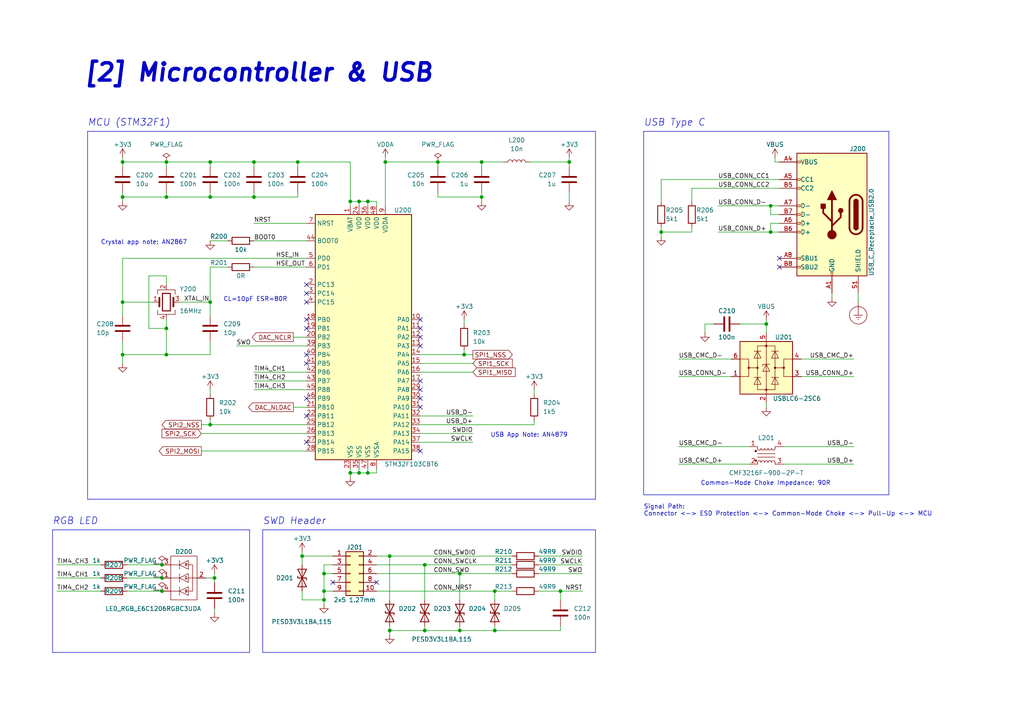
<source format=kicad_sch>
(kicad_sch (version 20230121) (generator eeschema)
  (paper "A4")
  (title_block (title "Mixed-Signal Demo PCB") (date "2021-12-24") (rev "0.1") (company "Phil's Lab"))
  (lib_symbols
    (symbol "+3V3_1" (power) (pin_names (offset 0))
      (property "Value" "+3V3_1" (at 0 3.556 0))
      (symbol "+3V3_1_1_1"
        (pin power_in line (at 0 0 90) (length 0) hide (name "+3V3") (number "1"))
      )
    )
    (symbol "+3V3_2" (power) (pin_names (offset 0))
      (property "Value" "+3V3_2" (at 0 3.556 0))
      (symbol "+3V3_2_1_1"
        (pin power_in line (at 0 0 90) (length 0) hide (name "+3V3") (number "1"))
      )
    )
    (symbol "+3V3_3" (power) (pin_names (offset 0))
      (property "Value" "+3V3_3" (at 0 3.556 0))
      (symbol "+3V3_3_1_1"
        (pin power_in line (at 0 0 90) (length 0) hide (name "+3V3") (number "1"))
      )
    )
    (symbol "+3V3_4" (power) (pin_names (offset 0))
      (property "Value" "+3V3_4" (at 0 3.556 0))
      (symbol "+3V3_4_1_1"
        (pin power_in line (at 0 0 90) (length 0) hide (name "+3V3") (number "1"))
      )
    )
    (symbol "+3V3_5" (power) (pin_names (offset 0))
      (property "Value" "+3V3_5" (at 0 3.556 0))
      (symbol "+3V3_5_1_1"
        (pin power_in line (at 0 0 90) (length 0) hide (name "+3V3") (number "1"))
      )
    )
    (symbol "+3V3_6" (power) (pin_names (offset 0))
      (property "Value" "+3V3_6" (at 0 3.556 0))
      (symbol "+3V3_6_1_1"
        (pin power_in line (at 0 0 90) (length 0) hide (name "+3V3") (number "1"))
      )
    )
    (symbol "Connector:USB_C_Receptacle_USB2.0" (pin_names (offset 1.016))
      (property "Reference" "J200" (at -5.08 19.05 0))
      (property "Value" "USB_C_Receptacle_USB2.0" (at -11.43 7.62 90))
      (symbol "USB_C_Receptacle_USB2.0_1_1"
        (pin power_out line (at 0 -22.86 90) (length 5.08) (name "GND") (number "A1"))
        (pin passive line (at 0 -22.86 90) (length 5.08) hide (name "GND") (number "A12"))
        (pin power_out line (at 15.24 15.24 180) (length 5.08) (name "VBUS") (number "A4"))
        (pin bidirectional line (at 15.24 10.16 180) (length 5.08) (name "CC1") (number "A5"))
        (pin bidirectional line (at 15.24 -2.54 180) (length 5.08) (name "D+") (number "A6"))
        (pin bidirectional line (at 15.24 2.54 180) (length 5.08) (name "D-") (number "A7"))
        (pin bidirectional line (at 15.24 -12.7 180) (length 5.08) (name "SBU1") (number "A8"))
        (pin passive line (at 15.24 15.24 180) (length 5.08) hide (name "VBUS") (number "A9"))
        (pin passive line (at 0 -22.86 90) (length 5.08) hide (name "GND") (number "B1"))
        (pin passive line (at 0 -22.86 90) (length 5.08) hide (name "GND") (number "B12"))
        (pin passive line (at 15.24 15.24 180) (length 5.08) hide (name "VBUS") (number "B4"))
        (pin bidirectional line (at 15.24 7.62 180) (length 5.08) (name "CC2") (number "B5"))
        (pin bidirectional line (at 15.24 -5.08 180) (length 5.08) (name "D+") (number "B6"))
        (pin bidirectional line (at 15.24 0 180) (length 5.08) (name "D-") (number "B7"))
        (pin bidirectional line (at 15.24 -15.24 180) (length 5.08) (name "SBU2") (number "B8"))
        (pin passive line (at 15.24 15.24 180) (length 5.08) hide (name "VBUS") (number "B9"))
        (pin passive line (at -7.62 -22.86 90) (length 5.08) (name "SHIELD") (number "S1"))
      )
    )
    (symbol "Connector_Generic:Conn_02x05_Odd_Even" (pin_names (offset 1.016) hide)
      (property "Reference" "J" (at 1.27 7.62 0))
      (property "Value" "Conn_02x05_Odd_Even" (at 1.27 -7.62 0))
      (symbol "Conn_02x05_Odd_Even_1_1"
        (pin passive line (at -5.08 5.08 0) (length 3.81) (name "Pin_1") (number "1"))
        (pin passive line (at 7.62 -5.08 180) (length 3.81) (name "Pin_10") (number "10"))
        (pin passive line (at 7.62 5.08 180) (length 3.81) (name "Pin_2") (number "2"))
        (pin passive line (at -5.08 2.54 0) (length 3.81) (name "Pin_3") (number "3"))
        (pin passive line (at 7.62 2.54 180) (length 3.81) (name "Pin_4") (number "4"))
        (pin passive line (at -5.08 0 0) (length 3.81) (name "Pin_5") (number "5"))
        (pin passive line (at 7.62 0 180) (length 3.81) (name "Pin_6") (number "6"))
        (pin passive line (at -5.08 -2.54 0) (length 3.81) (name "Pin_7") (number "7"))
        (pin passive line (at 7.62 -2.54 180) (length 3.81) (name "Pin_8") (number "8"))
        (pin passive line (at -5.08 -5.08 0) (length 3.81) (name "Pin_9") (number "9"))
      )
    )
    (symbol "Device:C" (pin_numbers hide) (pin_names (offset 0.254))
      (property "Reference" "C" (at 0.635 2.54 0))
      (property "Value" "C" (at 0.635 -2.54 0))
      (symbol "C_1_1"
        (pin passive line (at 0 3.81 270) (length 2.794) (name "~") (number "1"))
        (pin passive line (at 0 -3.81 90) (length 2.794) (name "~") (number "2"))
      )
    )
    (symbol "Device:Crystal_GND24" (pin_names (offset 1.016) hide)
      (property "Reference" "Y" (at 3.175 5.08 0))
      (property "Value" "Crystal_GND24" (at 3.175 3.175 0))
      (symbol "Crystal_GND24_1_1"
        (pin passive line (at -3.81 0 0) (length 1.27) (name "1") (number "1"))
        (pin passive line (at 0 5.08 270) (length 1.27) (name "2") (number "2"))
        (pin passive line (at 3.81 0 180) (length 1.27) (name "3") (number "3"))
        (pin passive line (at 0 -5.08 90) (length 1.27) (name "4") (number "4"))
      )
    )
    (symbol "Device:D_TVS" (pin_numbers hide) (pin_names (offset 1.016) hide)
      (property "Reference" "D" (at 0 2.54 0))
      (property "Value" "D_TVS" (at 0 -2.54 0))
      (symbol "D_TVS_1_1"
        (pin passive line (at -3.81 0 0) (length 2.54) (name "A1") (number "1"))
        (pin passive line (at 3.81 0 180) (length 2.54) (name "A2") (number "2"))
      )
    )
    (symbol "Device:EMI_Filter_LL_1423" (pin_names hide)
      (property "Reference" "FL" (at 0 4.445 0))
      (property "Value" "Device_EMI_Filter_LL_1423" (at 0 -4.445 0))
      (symbol "EMI_Filter_LL_1423_1_1"
        (pin passive line (at -5.08 -2.54 0) (length 2.54) (name "1") (number "1"))
        (pin passive line (at -5.08 2.54 0) (length 2.54) (name "2") (number "2"))
        (pin passive line (at 5.08 2.54 180) (length 2.54) (name "3") (number "3"))
        (pin passive line (at 5.08 -2.54 180) (length 2.54) (name "4") (number "4"))
      )
    )
    (symbol "Device:L" (pin_numbers hide) (pin_names (offset 1.016) hide)
      (property "Reference" "L" (at -1.27 0 90))
      (property "Value" "L" (at 1.905 0 90))
      (symbol "L_1_1"
        (pin passive line (at 0 3.81 270) (length 1.27) (name "1") (number "1"))
        (pin passive line (at 0 -3.81 90) (length 1.27) (name "2") (number "2"))
      )
    )
    (symbol "Device:R" (pin_numbers hide) (pin_names (offset 0))
      (property "Reference" "R" (at 2.032 0 90))
      (property "Value" "R" (at 0 0 90))
      (symbol "R_1_1"
        (pin passive line (at 0 3.81 270) (length 1.27) (name "~") (number "1"))
        (pin passive line (at 0 -3.81 90) (length 1.27) (name "~") (number "2"))
      )
    )
    (symbol "GND_1" (power) (pin_names (offset 0))
      (property "Value" "GND_1" (at 0 -3.81 0))
      (symbol "GND_1_1_1"
        (pin power_in line (at 0 0 270) (length 0) hide (name "GND") (number "1"))
      )
    )
    (symbol "GND_10" (power) (pin_names (offset 0))
      (property "Value" "GND_10" (at 0 -3.81 0))
      (symbol "GND_10_1_1"
        (pin power_in line (at 0 0 270) (length 0) hide (name "GND") (number "1"))
      )
    )
    (symbol "GND_11" (power) (pin_names (offset 0))
      (property "Value" "GND_11" (at 0 -3.81 0))
      (symbol "GND_11_1_1"
        (pin power_in line (at 0 0 270) (length 0) hide (name "GND") (number "1"))
      )
    )
    (symbol "GND_12" (power) (pin_names (offset 0))
      (property "Value" "GND_12" (at 0 -3.81 0))
      (symbol "GND_12_1_1"
        (pin power_in line (at 0 0 270) (length 0) hide (name "GND") (number "1"))
      )
    )
    (symbol "GND_2" (power) (pin_names (offset 0))
      (property "Value" "GND_2" (at 0 -3.81 0))
      (symbol "GND_2_1_1"
        (pin power_in line (at 0 0 270) (length 0) hide (name "GND") (number "1"))
      )
    )
    (symbol "GND_3" (power) (pin_names (offset 0))
      (property "Value" "GND_3" (at 0 -3.81 0))
      (symbol "GND_3_1_1"
        (pin power_in line (at 0 0 270) (length 0) hide (name "GND") (number "1"))
      )
    )
    (symbol "GND_4" (power) (pin_names (offset 0))
      (property "Value" "GND_4" (at 0 -3.81 0))
      (symbol "GND_4_1_1"
        (pin power_in line (at 0 0 270) (length 0) hide (name "GND") (number "1"))
      )
    )
    (symbol "GND_5" (power) (pin_names (offset 0))
      (property "Value" "GND_5" (at 0 -3.81 0))
      (symbol "GND_5_1_1"
        (pin power_in line (at 0 0 270) (length 0) hide (name "GND") (number "1"))
      )
    )
    (symbol "GND_6" (power) (pin_names (offset 0))
      (property "Value" "GND_6" (at 0 -3.81 0))
      (symbol "GND_6_1_1"
        (pin power_in line (at 0 0 270) (length 0) hide (name "GND") (number "1"))
      )
    )
    (symbol "GND_7" (power) (pin_names (offset 0))
      (property "Value" "GND_7" (at 0 -3.81 0))
      (symbol "GND_7_1_1"
        (pin power_in line (at 0 0 270) (length 0) hide (name "GND") (number "1"))
      )
    )
    (symbol "GND_8" (power) (pin_names (offset 0))
      (property "Value" "GND_8" (at 0 -3.81 0))
      (symbol "GND_8_1_1"
        (pin power_in line (at 0 0 270) (length 0) hide (name "GND") (number "1"))
      )
    )
    (symbol "GND_9" (power) (pin_names (offset 0))
      (property "Value" "GND_9" (at 0 -3.81 0))
      (symbol "GND_9_1_1"
        (pin power_in line (at 0 0 270) (length 0) hide (name "GND") (number "1"))
      )
    )
    (symbol "MCU_ST_STM32F1:STM32F103CBTx"
      (property "Reference" "U" (at -15.24 36.83 0))
      (property "Value" "STM32F103CBTx" (at 7.62 36.83 0))
      (symbol "STM32F103CBTx_1_1"
        (pin power_in line (at -5.08 38.1 270) (length 2.54) (name "VBAT") (number "1"))
        (pin bidirectional line (at 15.24 5.08 180) (length 2.54) (name "PA0") (number "10"))
        (pin bidirectional line (at 15.24 2.54 180) (length 2.54) (name "PA1") (number "11"))
        (pin bidirectional line (at 15.24 0 180) (length 2.54) (name "PA2") (number "12"))
        (pin bidirectional line (at 15.24 -2.54 180) (length 2.54) (name "PA3") (number "13"))
        (pin bidirectional line (at 15.24 -5.08 180) (length 2.54) (name "PA4") (number "14"))
        (pin bidirectional line (at 15.24 -7.62 180) (length 2.54) (name "PA5") (number "15"))
        (pin bidirectional line (at 15.24 -10.16 180) (length 2.54) (name "PA6") (number "16"))
        (pin bidirectional line (at 15.24 -12.7 180) (length 2.54) (name "PA7") (number "17"))
        (pin bidirectional line (at -17.78 5.08 0) (length 2.54) (name "PB0") (number "18"))
        (pin bidirectional line (at -17.78 2.54 0) (length 2.54) (name "PB1") (number "19"))
        (pin bidirectional line (at -17.78 15.24 0) (length 2.54) (name "PC13") (number "2"))
        (pin bidirectional line (at -17.78 0 0) (length 2.54) (name "PB2") (number "20"))
        (pin bidirectional line (at -17.78 -20.32 0) (length 2.54) (name "PB10") (number "21"))
        (pin bidirectional line (at -17.78 -22.86 0) (length 2.54) (name "PB11") (number "22"))
        (pin power_in line (at -5.08 -38.1 90) (length 2.54) (name "VSS") (number "23"))
        (pin power_in line (at -2.54 38.1 270) (length 2.54) (name "VDD") (number "24"))
        (pin bidirectional line (at -17.78 -25.4 0) (length 2.54) (name "PB12") (number "25"))
        (pin bidirectional line (at -17.78 -27.94 0) (length 2.54) (name "PB13") (number "26"))
        (pin bidirectional line (at -17.78 -30.48 0) (length 2.54) (name "PB14") (number "27"))
        (pin bidirectional line (at -17.78 -33.02 0) (length 2.54) (name "PB15") (number "28"))
        (pin bidirectional line (at 15.24 -15.24 180) (length 2.54) (name "PA8") (number "29"))
        (pin bidirectional line (at -17.78 12.7 0) (length 2.54) (name "PC14") (number "3"))
        (pin bidirectional line (at 15.24 -17.78 180) (length 2.54) (name "PA9") (number "30"))
        (pin bidirectional line (at 15.24 -20.32 180) (length 2.54) (name "PA10") (number "31"))
        (pin bidirectional line (at 15.24 -22.86 180) (length 2.54) (name "PA11") (number "32"))
        (pin bidirectional line (at 15.24 -25.4 180) (length 2.54) (name "PA12") (number "33"))
        (pin bidirectional line (at 15.24 -27.94 180) (length 2.54) (name "PA13") (number "34"))
        (pin power_in line (at -2.54 -38.1 90) (length 2.54) (name "VSS") (number "35"))
        (pin power_in line (at 0 38.1 270) (length 2.54) (name "VDD") (number "36"))
        (pin bidirectional line (at 15.24 -30.48 180) (length 2.54) (name "PA14") (number "37"))
        (pin bidirectional line (at 15.24 -33.02 180) (length 2.54) (name "PA15") (number "38"))
        (pin bidirectional line (at -17.78 -2.54 0) (length 2.54) (name "PB3") (number "39"))
        (pin bidirectional line (at -17.78 10.16 0) (length 2.54) (name "PC15") (number "4"))
        (pin bidirectional line (at -17.78 -5.08 0) (length 2.54) (name "PB4") (number "40"))
        (pin bidirectional line (at -17.78 -7.62 0) (length 2.54) (name "PB5") (number "41"))
        (pin bidirectional line (at -17.78 -10.16 0) (length 2.54) (name "PB6") (number "42"))
        (pin bidirectional line (at -17.78 -12.7 0) (length 2.54) (name "PB7") (number "43"))
        (pin input line (at -17.78 27.94 0) (length 2.54) (name "BOOT0") (number "44"))
        (pin bidirectional line (at -17.78 -15.24 0) (length 2.54) (name "PB8") (number "45"))
        (pin bidirectional line (at -17.78 -17.78 0) (length 2.54) (name "PB9") (number "46"))
        (pin power_in line (at 0 -38.1 90) (length 2.54) (name "VSS") (number "47"))
        (pin power_in line (at 2.54 38.1 270) (length 2.54) (name "VDD") (number "48"))
        (pin input line (at -17.78 22.86 0) (length 2.54) (name "PD0") (number "5"))
        (pin input line (at -17.78 20.32 0) (length 2.54) (name "PD1") (number "6"))
        (pin input line (at -17.78 33.02 0) (length 2.54) (name "NRST") (number "7"))
        (pin power_in line (at 2.54 -38.1 90) (length 2.54) (name "VSSA") (number "8"))
        (pin power_in line (at 5.08 38.1 270) (length 2.54) (name "VDDA") (number "9"))
      )
    )
    (symbol "Power_Protection:USBLC6-2SC6" (pin_names hide)
      (property "Reference" "U" (at 2.54 8.89 0))
      (property "Value" "USBLC6-2SC6" (at 2.54 -8.89 0))
      (symbol "USBLC6-2SC6_1_1"
        (pin passive line (at -10.16 -2.54 0) (length 2.54) (name "I/O1") (number "1"))
        (pin passive line (at 0 -10.16 90) (length 2.54) (name "GND") (number "2"))
        (pin passive line (at 10.16 -2.54 180) (length 2.54) (name "I/O2") (number "3"))
        (pin passive line (at 10.16 2.54 180) (length 2.54) (name "I/O2") (number "4"))
        (pin passive line (at 0 10.16 270) (length 2.54) (name "VBUS") (number "5"))
        (pin passive line (at -10.16 2.54 0) (length 2.54) (name "I/O1") (number "6"))
      )
    )
    (symbol "SchmillipKiCADLibrary:LED_RGB_E6C1206RGBC3UDA" (pin_names (offset 1.016))
      (property "Reference" "D" (at 0 7.62 0))
      (property "Value" "SchmillipKiCADLibrary_LED_RGB_E6C1206RGBC3UDA" (at 0 -7.62 0))
      (symbol "LED_RGB_E6C1206RGBC3UDA_0_0"
        (text "R" (at 0.635 3.81 0) (effects (font (size 0.762 0.762))))
      )
      (symbol "LED_RGB_E6C1206RGBC3UDA_1_1"
        (text "B" (at 0.635 -3.81 0) (effects (font (size 0.762 0.762))))
        (text "G" (at 0.635 0 0) (effects (font (size 0.762 0.762))))
        (pin power_in line (at -6.35 0 0) (length 2.54) (name "~") (number "1"))
        (pin power_in line (at 6.35 0 180) (length 2.54) (name "~") (number "2"))
        (pin power_in line (at -6.35 3.81 0) (length 2.54) (name "~") (number "3"))
        (pin power_in line (at -6.35 -3.81 0) (length 2.54) (name "~") (number "4"))
      )
    )
    (symbol "VBUS_1" (power) (pin_names (offset 0))
      (property "Value" "VBUS_1" (at 0 3.81 0))
      (symbol "VBUS_1_1_1"
        (pin power_in line (at 0 0 90) (length 0) hide (name "VBUS") (number "1"))
      )
    )
    (symbol "power:+3V3" (power) (pin_names (offset 0))
      (property "Value" "+3V3" (at 0 3.556 0))
      (symbol "+3V3_1_1"
        (pin power_in line (at 0 0 90) (length 0) hide (name "+3V3") (number "1"))
      )
    )
    (symbol "power:Earth_Protective" (power) (pin_names (offset 0))
      (symbol "Earth_Protective_1_1"
        (pin power_in line (at 0 0 270) (length 0) hide (name "Earth_Protective") (number "1"))
      )
    )
    (symbol "power:GND" (power) (pin_names (offset 0))
      (property "Value" "GND" (at 0 -3.81 0))
      (symbol "GND_1_1"
        (pin power_in line (at 0 0 270) (length 0) hide (name "GND") (number "1"))
      )
    )
    (symbol "power:PWR_FLAG" (power) (pin_numbers hide) (pin_names (offset 0) hide)
      (property "Value" "PWR_FLAG" (at 0 3.81 0))
      (symbol "PWR_FLAG_0_0"
        (pin power_out line (at 0 0 90) (length 0) (name "pwr") (number "1"))
      )
    )
    (symbol "power:VBUS" (power) (pin_names (offset 0))
      (property "Value" "VBUS" (at 0 3.81 0))
      (symbol "VBUS_1_1"
        (pin power_in line (at 0 0 90) (length 0) hide (name "VBUS") (number "1"))
      )
    )
    (symbol "power:VDDA" (power) (pin_names (offset 0))
      (property "Value" "VDDA" (at 0 3.81 0))
      (symbol "VDDA_1_1"
        (pin power_in line (at 0 0 90) (length 0) hide (name "VDDA") (number "1"))
      )
    )
  )
  (junction (at 48.26 46.99))
  (junction (at 48.26 57.15))
  (junction (at 139.7 46.99))
  (junction (at 139.7 57.15))
  (junction (at 35.56 102.87))
  (junction (at 165.1 46.99))
  (junction (at 133.35 166.37))
  (junction (at 46.99 171.45))
  (junction (at 143.51 182.88))
  (junction (at 191.77 67.31))
  (junction (at 123.19 182.88))
  (junction (at 143.51 171.45))
  (junction (at 223.52 67.31))
  (junction (at 93.98 171.45))
  (junction (at 62.23 167.64))
  (junction (at 35.56 87.63))
  (junction (at 48.26 95.25))
  (junction (at 101.6 58.42))
  (junction (at 87.63 161.29))
  (junction (at 104.14 58.42))
  (junction (at 86.36 46.99))
  (junction (at 46.99 163.83))
  (junction (at 60.96 87.63))
  (junction (at 60.96 46.99))
  (junction (at 35.56 46.99))
  (junction (at 222.25 93.98))
  (junction (at 35.56 57.15))
  (junction (at 46.99 167.64))
  (junction (at 127 46.99))
  (junction (at 123.19 163.83))
  (junction (at 48.26 102.87))
  (junction (at 73.66 46.99))
  (junction (at 223.52 59.69))
  (junction (at 73.66 57.15))
  (junction (at 113.03 182.88))
  (junction (at 111.76 46.99))
  (junction (at 104.14 137.16))
  (junction (at 133.35 182.88))
  (junction (at 60.96 123.19))
  (junction (at 101.6 137.16))
  (junction (at 162.56 171.45))
  (junction (at 106.68 137.16))
  (junction (at 134.62 102.87))
  (junction (at 113.03 161.29))
  (junction (at 106.68 58.42))
  (junction (at 93.98 173.99))
  (junction (at 60.96 57.15))
  (junction (at 93.98 166.37))
  (no_connect (at 88.9 95.25))
  (no_connect (at 88.9 92.71))
  (no_connect (at 109.22 168.91))
  (no_connect (at 121.92 115.57))
  (no_connect (at 88.9 82.55))
  (no_connect (at 121.92 118.11))
  (no_connect (at 121.92 97.79))
  (no_connect (at 121.92 130.81))
  (no_connect (at 121.92 113.03))
  (no_connect (at 88.9 120.65))
  (no_connect (at 121.92 92.71))
  (no_connect (at 226.06 77.47))
  (no_connect (at 88.9 102.87))
  (no_connect (at 121.92 100.33))
  (no_connect (at 88.9 105.41))
  (no_connect (at 121.92 110.49))
  (no_connect (at 121.92 95.25))
  (no_connect (at 88.9 128.27))
  (no_connect (at 88.9 85.09))
  (no_connect (at 96.52 168.91))
  (no_connect (at 88.9 87.63))
  (no_connect (at 88.9 115.57))
  (no_connect (at 226.06 74.93))
  (wire (pts (xy 222.25 93.98) (xy 222.25 92.71)))
  (polyline (pts (xy 72.39 153.67) (xy 72.39 189.23)))
  (wire (pts (xy 86.36 57.15) (xy 86.36 55.88)))
  (wire (pts (xy 35.56 74.93) (xy 88.9 74.93)))
  (wire (pts (xy 93.98 173.99) (xy 87.63 173.99)))
  (wire (pts (xy 208.28 59.69) (xy 223.52 59.69)))
  (wire (pts (xy 222.25 118.11) (xy 222.25 116.84)))
  (wire (pts (xy 73.66 57.15) (xy 86.36 57.15)))
  (wire (pts (xy 162.56 181.61) (xy 162.56 182.88)))
  (wire (pts (xy 247.65 109.22) (xy 232.41 109.22)))
  (wire (pts (xy 62.23 167.64) (xy 62.23 168.91)))
  (wire (pts (xy 191.77 68.58) (xy 191.77 67.31)))
  (wire (pts (xy 127 46.99) (xy 111.76 46.99)))
  (wire (pts (xy 104.14 58.42) (xy 106.68 58.42)))
  (wire (pts (xy 204.47 93.98) (xy 207.01 93.98)))
  (wire (pts (xy 143.51 182.88) (xy 143.51 181.61)))
  (wire (pts (xy 62.23 177.8) (xy 62.23 176.53)))
  (wire (pts (xy 139.7 48.26) (xy 139.7 46.99)))
  (wire (pts (xy 48.26 46.99) (xy 35.56 46.99)))
  (wire (pts (xy 133.35 182.88) (xy 143.51 182.88)))
  (wire (pts (xy 224.79 45.72) (xy 224.79 46.99)))
  (wire (pts (xy 60.96 48.26) (xy 60.96 46.99)))
  (wire (pts (xy 48.26 95.25) (xy 48.26 102.87)))
  (wire (pts (xy 191.77 52.07) (xy 226.06 52.07)))
  (wire (pts (xy 73.66 55.88) (xy 73.66 57.15)))
  (wire (pts (xy 200.66 67.31) (xy 200.66 66.04)))
  (wire (pts (xy 162.56 171.45) (xy 168.91 171.45)))
  (wire (pts (xy 87.63 160.02) (xy 87.63 161.29)))
  (wire (pts (xy 43.18 80.01) (xy 43.18 95.25)))
  (wire (pts (xy 139.7 55.88) (xy 139.7 57.15)))
  (wire (pts (xy 191.77 67.31) (xy 191.77 66.04)))
  (polyline (pts (xy 186.69 38.1) (xy 186.69 143.51)))
  (wire (pts (xy 123.19 173.99) (xy 123.19 163.83)))
  (wire (pts (xy 196.85 109.22) (xy 212.09 109.22)))
  (wire (pts (xy 48.26 80.01) (xy 43.18 80.01)))
  (wire (pts (xy 96.52 171.45) (xy 93.98 171.45)))
  (polyline (pts (xy 172.72 153.67) (xy 76.2 153.67)))
  (wire (pts (xy 196.85 134.62) (xy 217.17 134.62)))
  (wire (pts (xy 156.21 163.83) (xy 168.91 163.83)))
  (wire (pts (xy 48.26 57.15) (xy 60.96 57.15)))
  (polyline (pts (xy 186.69 143.51) (xy 257.81 143.51)))
  (wire (pts (xy 29.21 171.45) (xy 16.51 171.45)))
  (wire (pts (xy 113.03 173.99) (xy 113.03 161.29)))
  (wire (pts (xy 223.52 67.31) (xy 208.28 67.31)))
  (wire (pts (xy 35.56 102.87) (xy 35.56 99.06)))
  (wire (pts (xy 60.96 121.92) (xy 60.96 123.19)))
  (wire (pts (xy 60.96 102.87) (xy 60.96 99.06)))
  (wire (pts (xy 165.1 45.72) (xy 165.1 46.99)))
  (wire (pts (xy 113.03 184.15) (xy 113.03 182.88)))
  (wire (pts (xy 137.16 125.73) (xy 121.92 125.73)))
  (polyline (pts (xy 172.72 189.23) (xy 172.72 153.67)))
  (wire (pts (xy 60.96 57.15) (xy 73.66 57.15)))
  (wire (pts (xy 121.92 107.95) (xy 137.16 107.95)))
  (wire (pts (xy 196.85 104.14) (xy 212.09 104.14)))
  (wire (pts (xy 162.56 173.99) (xy 162.56 171.45)))
  (polyline (pts (xy 76.2 153.67) (xy 76.2 189.23)))
  (wire (pts (xy 214.63 93.98) (xy 222.25 93.98)))
  (wire (pts (xy 35.56 46.99) (xy 35.56 48.26)))
  (wire (pts (xy 46.99 167.64) (xy 36.83 167.64)))
  (wire (pts (xy 154.94 123.19) (xy 154.94 121.92)))
  (wire (pts (xy 247.65 134.62) (xy 227.33 134.62)))
  (wire (pts (xy 29.21 163.83) (xy 16.51 163.83)))
  (wire (pts (xy 109.22 161.29) (xy 113.03 161.29)))
  (polyline (pts (xy 186.69 38.1) (xy 257.81 38.1)))
  (wire (pts (xy 247.65 104.14) (xy 232.41 104.14)))
  (wire (pts (xy 121.92 120.65) (xy 137.16 120.65)))
  (wire (pts (xy 73.66 110.49) (xy 88.9 110.49)))
  (wire (pts (xy 58.42 130.81) (xy 88.9 130.81)))
  (wire (pts (xy 109.22 163.83) (xy 123.19 163.83)))
  (wire (pts (xy 223.52 59.69) (xy 226.06 59.69)))
  (wire (pts (xy 154.94 123.19) (xy 121.92 123.19)))
  (wire (pts (xy 48.26 92.71) (xy 48.26 95.25)))
  (wire (pts (xy 109.22 166.37) (xy 133.35 166.37)))
  (polyline (pts (xy 172.72 38.1) (xy 172.72 144.78)))
  (polyline (pts (xy 15.24 153.67) (xy 72.39 153.67)))
  (wire (pts (xy 247.65 129.54) (xy 227.33 129.54)))
  (wire (pts (xy 86.36 48.26) (xy 86.36 46.99)))
  (wire (pts (xy 113.03 161.29) (xy 148.59 161.29)))
  (wire (pts (xy 123.19 181.61) (xy 123.19 182.88)))
  (wire (pts (xy 165.1 55.88) (xy 165.1 58.42)))
  (wire (pts (xy 143.51 173.99) (xy 143.51 171.45)))
  (wire (pts (xy 43.18 95.25) (xy 48.26 95.25)))
  (wire (pts (xy 226.06 64.77) (xy 223.52 64.77)))
  (wire (pts (xy 133.35 181.61) (xy 133.35 182.88)))
  (wire (pts (xy 35.56 58.42) (xy 35.56 57.15)))
  (polyline (pts (xy 25.4 144.78) (xy 172.72 144.78)))
  (polyline (pts (xy 257.81 38.1) (xy 257.81 143.51)))
  (wire (pts (xy 168.91 161.29) (xy 156.21 161.29)))
  (wire (pts (xy 60.96 46.99) (xy 48.26 46.99)))
  (wire (pts (xy 60.96 123.19) (xy 88.9 123.19)))
  (wire (pts (xy 154.94 113.03) (xy 154.94 114.3)))
  (wire (pts (xy 35.56 102.87) (xy 48.26 102.87)))
  (wire (pts (xy 101.6 58.42) (xy 104.14 58.42)))
  (wire (pts (xy 123.19 182.88) (xy 133.35 182.88)))
  (wire (pts (xy 86.36 46.99) (xy 73.66 46.99)))
  (wire (pts (xy 224.79 46.99) (xy 226.06 46.99)))
  (wire (pts (xy 200.66 58.42) (xy 200.66 54.61)))
  (wire (pts (xy 58.42 123.19) (xy 60.96 123.19)))
  (wire (pts (xy 35.56 105.41) (xy 35.56 102.87)))
  (wire (pts (xy 127 48.26) (xy 127 46.99)))
  (wire (pts (xy 35.56 87.63) (xy 44.45 87.63)))
  (wire (pts (xy 36.83 171.45) (xy 46.99 171.45)))
  (wire (pts (xy 146.05 46.99) (xy 139.7 46.99)))
  (wire (pts (xy 127 46.99) (xy 139.7 46.99)))
  (wire (pts (xy 106.68 58.42) (xy 109.22 58.42)))
  (wire (pts (xy 204.47 96.52) (xy 204.47 93.98)))
  (wire (pts (xy 134.62 101.6) (xy 134.62 102.87)))
  (wire (pts (xy 104.14 59.69) (xy 104.14 58.42)))
  (wire (pts (xy 35.56 46.99) (xy 35.56 45.72)))
  (wire (pts (xy 153.67 46.99) (xy 165.1 46.99)))
  (wire (pts (xy 101.6 46.99) (xy 101.6 58.42)))
  (wire (pts (xy 241.3 86.36) (xy 241.3 85.09)))
  (wire (pts (xy 223.52 62.23) (xy 223.52 59.69)))
  (wire (pts (xy 133.35 166.37) (xy 148.59 166.37)))
  (wire (pts (xy 93.98 166.37) (xy 93.98 163.83)))
  (wire (pts (xy 123.19 163.83) (xy 148.59 163.83)))
  (wire (pts (xy 48.26 55.88) (xy 48.26 57.15)))
  (wire (pts (xy 60.96 91.44) (xy 60.96 87.63)))
  (wire (pts (xy 48.26 102.87) (xy 60.96 102.87)))
  (wire (pts (xy 104.14 137.16) (xy 106.68 137.16)))
  (wire (pts (xy 101.6 138.43) (xy 101.6 137.16)))
  (wire (pts (xy 88.9 113.03) (xy 73.66 113.03)))
  (polyline (pts (xy 15.24 189.23) (xy 15.24 153.67)))
  (wire (pts (xy 223.52 67.31) (xy 226.06 67.31)))
  (polyline (pts (xy 25.4 38.1) (xy 172.72 38.1)))
  (wire (pts (xy 127 57.15) (xy 127 55.88)))
  (wire (pts (xy 35.56 57.15) (xy 48.26 57.15)))
  (wire (pts (xy 101.6 137.16) (xy 101.6 135.89)))
  (wire (pts (xy 191.77 58.42) (xy 191.77 52.07)))
  (wire (pts (xy 85.09 97.79) (xy 88.9 97.79)))
  (wire (pts (xy 109.22 137.16) (xy 109.22 135.89)))
  (wire (pts (xy 85.09 118.11) (xy 88.9 118.11)))
  (wire (pts (xy 156.21 171.45) (xy 162.56 171.45)))
  (wire (pts (xy 109.22 171.45) (xy 143.51 171.45)))
  (wire (pts (xy 226.06 62.23) (xy 223.52 62.23)))
  (wire (pts (xy 36.83 163.83) (xy 46.99 163.83)))
  (wire (pts (xy 60.96 87.63) (xy 52.07 87.63)))
  (wire (pts (xy 106.68 137.16) (xy 109.22 137.16)))
  (wire (pts (xy 73.66 48.26) (xy 73.66 46.99)))
  (polyline (pts (xy 25.4 38.1) (xy 25.4 144.78)))
  (wire (pts (xy 59.69 167.64) (xy 62.23 167.64)))
  (wire (pts (xy 104.14 135.89) (xy 104.14 137.16)))
  (wire (pts (xy 73.66 64.77) (xy 88.9 64.77)))
  (wire (pts (xy 101.6 137.16) (xy 104.14 137.16)))
  (wire (pts (xy 106.68 59.69) (xy 106.68 58.42)))
  (polyline (pts (xy 15.24 189.23) (xy 72.39 189.23)))
  (wire (pts (xy 87.63 173.99) (xy 87.63 171.45)))
  (wire (pts (xy 121.92 102.87) (xy 134.62 102.87)))
  (wire (pts (xy 66.04 77.47) (xy 60.96 77.47)))
  (wire (pts (xy 48.26 82.55) (xy 48.26 80.01)))
  (wire (pts (xy 137.16 128.27) (xy 121.92 128.27)))
  (wire (pts (xy 133.35 173.99) (xy 133.35 166.37)))
  (wire (pts (xy 93.98 173.99) (xy 93.98 175.26)))
  (wire (pts (xy 113.03 182.88) (xy 123.19 182.88)))
  (wire (pts (xy 191.77 67.31) (xy 200.66 67.31)))
  (wire (pts (xy 35.56 74.93) (xy 35.56 87.63)))
  (wire (pts (xy 73.66 77.47) (xy 88.9 77.47)))
  (wire (pts (xy 248.92 85.09) (xy 248.92 87.63)))
  (wire (pts (xy 165.1 46.99) (xy 165.1 48.26)))
  (wire (pts (xy 93.98 171.45) (xy 93.98 173.99)))
  (wire (pts (xy 143.51 182.88) (xy 162.56 182.88)))
  (wire (pts (xy 96.52 161.29) (xy 87.63 161.29)))
  (wire (pts (xy 60.96 113.03) (xy 60.96 114.3)))
  (wire (pts (xy 109.22 59.69) (xy 109.22 58.42)))
  (wire (pts (xy 113.03 182.88) (xy 113.03 181.61)))
  (wire (pts (xy 87.63 161.29) (xy 87.63 163.83)))
  (wire (pts (xy 222.25 93.98) (xy 222.25 96.52)))
  (wire (pts (xy 58.42 125.73) (xy 88.9 125.73)))
  (wire (pts (xy 62.23 167.64) (xy 62.23 166.37)))
  (wire (pts (xy 200.66 54.61) (xy 226.06 54.61)))
  (wire (pts (xy 121.92 105.41) (xy 137.16 105.41)))
  (wire (pts (xy 60.96 77.47) (xy 60.96 87.63)))
  (wire (pts (xy 68.58 100.33) (xy 88.9 100.33)))
  (wire (pts (xy 48.26 48.26) (xy 48.26 46.99)))
  (wire (pts (xy 16.51 167.64) (xy 29.21 167.64)))
  (wire (pts (xy 101.6 58.42) (xy 101.6 59.69)))
  (wire (pts (xy 106.68 135.89) (xy 106.68 137.16)))
  (wire (pts (xy 60.96 69.85) (xy 66.04 69.85)))
  (wire (pts (xy 35.56 91.44) (xy 35.56 87.63)))
  (wire (pts (xy 96.52 166.37) (xy 93.98 166.37)))
  (wire (pts (xy 73.66 69.85) (xy 88.9 69.85)))
  (wire (pts (xy 60.96 55.88) (xy 60.96 57.15)))
  (wire (pts (xy 111.76 45.72) (xy 111.76 46.99)))
  (wire (pts (xy 86.36 46.99) (xy 101.6 46.99)))
  (wire (pts (xy 223.52 64.77) (xy 223.52 67.31)))
  (wire (pts (xy 111.76 46.99) (xy 111.76 59.69)))
  (wire (pts (xy 168.91 166.37) (xy 156.21 166.37)))
  (wire (pts (xy 88.9 107.95) (xy 73.66 107.95)))
  (wire (pts (xy 93.98 171.45) (xy 93.98 166.37)))
  (wire (pts (xy 143.51 171.45) (xy 148.59 171.45)))
  (wire (pts (xy 35.56 57.15) (xy 35.56 55.88)))
  (wire (pts (xy 139.7 58.42) (xy 139.7 57.15)))
  (wire (pts (xy 73.66 46.99) (xy 60.96 46.99)))
  (wire (pts (xy 196.85 129.54) (xy 217.17 129.54)))
  (wire (pts (xy 134.62 92.71) (xy 134.62 93.98)))
  (wire (pts (xy 134.62 102.87) (xy 137.16 102.87)))
  (polyline (pts (xy 76.2 189.23) (xy 172.72 189.23)))
  (wire (pts (xy 93.98 163.83) (xy 96.52 163.83)))
  (wire (pts (xy 139.7 57.15) (xy 127 57.15)))
  (text "Signal Path:\nConnector <-> ESD Protection <-> Common-Mode Choke <-> Pull-Up <-> MCU\n" (at 186.69 149.86 0) (effects (font (size 1.27 1.27)) (justify left bottom)))
  (text "RGB LED" (at 15.24 152.4 0) (effects (font (size 2.0066 2.0066) italic) (justify left bottom)))
  (text "Crystal app note: AN2867" (at 29.21 71.12 0) (effects (font (size 1.27 1.27)) (justify left bottom)))
  (text "SWD Header" (at 76.2 152.4 0) (effects (font (size 2.0066 2.0066) italic) (justify left bottom)))
  (text "USB App Note: AN4879" (at 142.24 127 0) (effects (font (size 1.27 1.27)) (justify left bottom)))
  (text "Common-Mode Choke Impedance: 90R" (at 203.2 140.97 0) (effects (font (size 1.27 1.27)) (justify left bottom)))
  (text "[2] Microcontroller & USB" (at 24.13 24.13 0) (effects (font (size 5.0038 5.0038) (thickness 1.0008) bold italic) (justify left bottom)))
  (text "CL=10pF ESR=80R" (at 64.77 87.63 0) (effects (font (size 1.27 1.27)) (justify left bottom)))
  (text "MCU (STM32F1)" (at 25.4 36.83 0) (effects (font (size 2.0066 2.0066) italic) (justify left bottom)))
  (text "USB Type C" (at 186.69 36.83 0) (effects (font (size 2.0066 2.0066) italic) (justify left bottom)))
  (label "USB_CONN_CC1" (at 208.28 52.07 0))
  (label "TIM4_CH2" (at 16.51 171.45 0))
  (label "HSE_IN" (at 80.01 74.93 0))
  (label "USB_D-" (at 247.65 129.54 180))
  (label "SWDIO" (at 137.16 125.73 180))
  (label "USB_CONN_D-" (at 196.85 109.22 0))
  (label "SWCLK" (at 137.16 128.27 180))
  (label "BOOT0" (at 73.66 69.85 0))
  (label "USB_D+" (at 137.16 123.19 180))
  (label "USB_CONN_CC2" (at 208.28 54.61 0))
  (label "USB_CMC_D-" (at 196.85 104.14 0))
  (label "SWCLK" (at 168.91 163.83 180))
  (label "TIM4_CH2" (at 73.66 110.49 0))
  (label "USB_D-" (at 137.16 120.65 180))
  (label "TIM4_CH1" (at 73.66 107.95 0))
  (label "USB_CONN_D+" (at 208.28 67.31 0))
  (label "TIM4_CH3" (at 16.51 163.83 0))
  (label "TIM4_CH1" (at 16.51 167.64 0))
  (label "CONN_NRST" (at 125.73 171.45 0))
  (label "XTAL_IN" (at 53.34 87.63 0))
  (label "USB_CMC_D-" (at 196.85 129.54 0))
  (label "USB_CONN_D-" (at 208.28 59.69 0))
  (label "HSE_OUT" (at 80.01 77.47 0))
  (label "SWDIO" (at 168.91 161.29 180))
  (label "USB_D+" (at 247.65 134.62 180))
  (label "SWO" (at 68.58 100.33 0))
  (label "CONN_SWCLK" (at 125.73 163.83 0))
  (label "NRST" (at 73.66 64.77 0))
  (label "USB_CMC_D+" (at 247.65 104.14 180))
  (label "LED_B_K" (at 44.45 171.45 0) (effects (font (size 0.3302 0.3302))))
  (label "USB_CONN_D+" (at 247.65 109.22 180))
  (label "TIM4_CH3" (at 73.66 113.03 0))
  (label "USB_CMC_D+" (at 196.85 134.62 0))
  (label "SWO" (at 168.91 166.37 180))
  (label "LED_R_K" (at 44.45 163.83 0) (effects (font (size 0.3302 0.3302))))
  (label "CONN_SWO" (at 125.73 166.37 0))
  (label "LED_G_K" (at 44.45 167.64 0) (effects (font (size 0.3302 0.3302))))
  (label "NRST" (at 168.91 171.45 180))
  (label "CONN_SWDIO" (at 125.73 161.29 0))
  (global_label "SPI1_NSS" (shape output) (at 137.16 102.87 0) (property "Intersheetrefs" "${INTERSHEET_REFS}" (effects hide)))
  (global_label "SPI2_NSS" (shape output) (at 58.42 123.19 180) (property "Intersheetrefs" "${INTERSHEET_REFS}" (effects hide)))
  (global_label "SPI1_MISO" (shape input) (at 137.16 107.95 0) (property "Intersheetrefs" "${INTERSHEET_REFS}" (effects hide)))
  (global_label "DAC_NCLR" (shape output) (at 85.09 97.79 180) (property "Intersheetrefs" "${INTERSHEET_REFS}" (effects hide)))
  (global_label "SPI1_SCK" (shape input) (at 137.16 105.41 0) (property "Intersheetrefs" "${INTERSHEET_REFS}" (effects hide)))
  (global_label "SPI2_MOSI" (shape output) (at 58.42 130.81 180) (property "Intersheetrefs" "${INTERSHEET_REFS}" (effects hide)))
  (global_label "DAC_NLDAC" (shape output) (at 85.09 118.11 180) (property "Intersheetrefs" "${INTERSHEET_REFS}" (effects hide)))
  (global_label "SPI2_SCK" (shape input) (at 58.42 125.73 180) (property "Intersheetrefs" "${INTERSHEET_REFS}" (effects hide)))
  (symbol (lib_id "power:+3V3") (at 35.56 45.72 0) (unit 1)
    (property "Reference" "#PWR017" (effects hide))
    (property "Value" "+3V3" (at 35.56 41.91 0))
  )
  (symbol (lib_id "Device:Crystal_GND24") (at 48.26 87.63 0) (unit 1)
    (property "Reference" "Y200" (at 52.07 83.82 0) (effects (justify left)))
    (property "Value" "16MHz" (at 52.07 90.17 0) (effects (justify left)))
    (property "Footprint" "Crystal:Crystal_SMD_3225-4Pin_3.2x2.5mm" (effects hide))
    (property "Manufacturer" "ECS " (effects hide))
    (property "Manufacturer Part Number" "ECS-TXO-3225MV-160-TR" (effects hide))
  )
  (symbol (lib_id "Device:R") (at 69.85 77.47 270) (unit 1)
    (property "Reference" "R201" (at 63.5 76.2 90))
    (property "Value" "0R" (at 69.85 80.01 90))
    (property "Footprint" "Resistor_SMD:R_0402_1005Metric" (effects hide))
    (property "Manufacturer" "Bourns" (effects hide))
    (property "Manufacturer Part Number" "CR0402AJ/-000GAS" (effects hide))
  )
  (symbol (lib_id "Device:C") (at 60.96 95.25 0) (unit 1)
    (property "Reference" "C209" (at 64.77 93.98 0) (effects (justify left)))
    (property "Value" "10p" (at 64.77 96.52 0) (effects (justify left)))
    (property "Footprint" "Capacitor_SMD:C_0402_1005Metric" (effects hide))
    (property "Manufacturer" "Murata Electronics" (effects hide))
    (property "Manufacturer Part Number" "GRT1555C1H100FA02D" (effects hide))
  )
  (symbol (lib_id "Device:C") (at 35.56 95.25 0) (unit 1)
    (property "Reference" "C208" (at 27.94 93.98 0) (effects (justify left)))
    (property "Value" "10p" (at 27.94 96.52 0) (effects (justify left)))
    (property "Footprint" "Capacitor_SMD:C_0402_1005Metric" (effects hide))
    (property "Manufacturer" "Murata Electronics" (effects hide))
    (property "Manufacturer Part Number" "GRT1555C1H100FA02D" (effects hide))
  )
  (symbol (lib_id "power:GND") (at 35.56 105.41 0) (unit 1)
    (property "Reference" "#PWR030" (effects hide))
    (property "Value" "GND" (effects hide))
  )
  (symbol (lib_id "Device:C") (at 86.36 52.07 0) (unit 1)
    (property "Reference" "C204" (at 90.17 50.8 0) (effects (justify left)))
    (property "Value" "100n" (at 90.17 53.34 0) (effects (justify left)))
    (property "Footprint" "Capacitor_SMD:C_0402_1005Metric" (effects hide))
    (property "Manufacturer" "KEMET" (effects hide))
    (property "Manufacturer Part Number" "C0402C104K8RACAUTO" (effects hide))
  )
  (symbol (lib_name "GND_12") (lib_id "power:GND") (at 35.56 58.42 0) (unit 1)
    (property "Reference" "#PWR021" (effects hide))
    (property "Value" "GND" (effects hide))
  )
  (symbol (lib_id "MCU_ST_STM32F1:STM32F103CBTx") (at 106.68 97.79 0) (unit 1)
    (property "Reference" "U200" (at 116.84 60.96 0))
    (property "Value" "STM32F103CBT6" (at 119.38 134.62 0))
    (property "Footprint" "Package_QFP:LQFP-48_7x7mm_P0.5mm" (effects hide))
    (property "Datasheet" "http://www.st.com/st-web-ui/static/active/en/resource/technical/document/datasheet/CD00161566.pdf" (effects hide))
    (property "Manufacturer" "STMicroelectronics" (effects hide))
    (property "Manufacturer Part Number" "STM32F103CBT6" (effects hide))
  )
  (symbol (lib_id "Device:C") (at 73.66 52.07 0) (unit 1)
    (property "Reference" "C203" (at 77.47 50.8 0) (effects (justify left)))
    (property "Value" "100n" (at 77.47 53.34 0) (effects (justify left)))
    (property "Footprint" "Capacitor_SMD:C_0402_1005Metric" (effects hide))
    (property "Manufacturer" "KEMET" (effects hide))
    (property "Manufacturer Part Number" "C0402C104K8RACAUTO" (effects hide))
  )
  (symbol (lib_id "Device:C") (at 60.96 52.07 0) (unit 1)
    (property "Reference" "C202" (at 64.77 50.8 0) (effects (justify left)))
    (property "Value" "100n" (at 64.77 53.34 0) (effects (justify left)))
    (property "Footprint" "Capacitor_SMD:C_0402_1005Metric" (effects hide))
    (property "Manufacturer" "KEMET" (effects hide))
    (property "Manufacturer Part Number" "C0402C104K8RACAUTO" (effects hide))
  )
  (symbol (lib_id "Device:C") (at 48.26 52.07 0) (unit 1)
    (property "Reference" "C201" (at 52.07 50.8 0) (effects (justify left)))
    (property "Value" "100n" (at 52.07 53.34 0) (effects (justify left)))
    (property "Footprint" "Capacitor_SMD:C_0402_1005Metric" (effects hide))
    (property "Manufacturer" "KEMET" (effects hide))
    (property "Manufacturer Part Number" "C0402C104K8RACAUTO" (effects hide))
  )
  (symbol (lib_id "Device:C") (at 35.56 52.07 0) (unit 1)
    (property "Reference" "C200" (at 39.37 50.8 0) (effects (justify left)))
    (property "Value" "10u" (at 39.37 53.34 0) (effects (justify left)))
    (property "Footprint" "Capacitor_SMD:C_0603_1608Metric" (effects hide))
    (property "Manufacturer" "Samsung Electro-Mechanics" (effects hide))
    (property "Manufacturer Part Number" "CL10A106KQ8NNNL" (effects hide))
  )
  (symbol (lib_name "GND_11") (lib_id "power:GND") (at 101.6 138.43 0) (unit 1)
    (property "Reference" "#PWR034" (effects hide))
    (property "Value" "GND" (effects hide))
  )
  (symbol (lib_id "Device:R") (at 134.62 97.79 0) (unit 1)
    (property "Reference" "R203" (at 137.16 96.52 0) (effects (justify left)))
    (property "Value" "10k" (at 137.16 99.06 0) (effects (justify left)))
    (property "Footprint" "Resistor_SMD:R_0402_1005Metric" (effects hide))
    (property "Manufacturer" "Panasonic" (effects hide))
    (property "Manufacturer Part Number" "ERJ-PA2J103X" (effects hide))
  )
  (symbol (lib_name "+3V3_6") (lib_id "power:+3V3") (at 134.62 92.71 0) (unit 1)
    (property "Reference" "#PWR027" (effects hide))
    (property "Value" "+3V3" (at 134.62 88.9 0))
  )
  (symbol (lib_id "Device:R") (at 60.96 118.11 0) (unit 1)
    (property "Reference" "R202" (at 63.5 116.84 0) (effects (justify left)))
    (property "Value" "10k" (at 63.5 119.38 0) (effects (justify left)))
    (property "Footprint" "Resistor_SMD:R_0402_1005Metric" (effects hide))
    (property "Manufacturer" "Panasonic" (effects hide))
    (property "Manufacturer Part Number" "ERJ-PA2J103X" (effects hide))
  )
  (symbol (lib_name "+3V3_5") (lib_id "power:+3V3") (at 60.96 113.03 0) (unit 1)
    (property "Reference" "#PWR031" (effects hide))
    (property "Value" "+3V3" (at 60.96 109.22 0))
  )
  (symbol (lib_name "+3V3_4") (lib_id "power:+3V3") (at 165.1 45.72 0) (mirror y) (unit 1)
    (property "Reference" "#PWR019" (effects hide))
    (property "Value" "+3V3" (at 165.1 41.91 0))
  )
  (symbol (lib_name "GND_10") (lib_id "power:GND") (at 165.1 58.42 0) (mirror y) (unit 1)
    (property "Reference" "#PWR023" (effects hide))
    (property "Value" "GND" (effects hide))
  )
  (symbol (lib_id "Device:C") (at 127 52.07 0) (mirror y) (unit 1)
    (property "Reference" "C205" (at 123.19 50.8 0) (effects (justify left)))
    (property "Value" "10n" (at 123.19 53.34 0) (effects (justify left)))
    (property "Footprint" "Capacitor_SMD:C_0402_1005Metric" (effects hide))
    (property "Manufacturer" "KEMET" (effects hide))
    (property "Manufacturer Part Number" "C0402C103K4RACAUTO" (effects hide))
  )
  (symbol (lib_id "Device:C") (at 139.7 52.07 0) (mirror y) (unit 1)
    (property "Reference" "C206" (at 135.89 50.8 0) (effects (justify left)))
    (property "Value" "1u" (at 135.89 53.34 0) (effects (justify left)))
    (property "Footprint" "Capacitor_SMD:C_0603_1608Metric" (effects hide))
    (property "Manufacturer" "KEMET" (effects hide))
    (property "Manufacturer Part Number" "C0603C105K8RACAUTO7411" (effects hide))
  )
  (symbol (lib_id "Device:C") (at 165.1 52.07 0) (mirror y) (unit 1)
    (property "Reference" "C207" (at 161.29 50.8 0) (effects (justify left)))
    (property "Value" "1u" (at 161.29 53.34 0) (effects (justify left)))
    (property "Footprint" "Capacitor_SMD:C_0603_1608Metric" (effects hide))
    (property "Manufacturer" "KEMET" (effects hide))
    (property "Manufacturer Part Number" "C0603C105K8RACAUTO7411" (effects hide))
  )
  (symbol (lib_name "GND_9") (lib_id "power:GND") (at 139.7 58.42 0) (mirror y) (unit 1)
    (property "Reference" "#PWR022" (effects hide))
    (property "Value" "GND" (effects hide))
  )
  (symbol (lib_id "power:VDDA") (at 111.76 45.72 0) (unit 1)
    (property "Reference" "#PWR018" (effects hide))
    (property "Value" "VDDA" (at 111.76 41.91 0))
  )
  (symbol (lib_id "Device:R") (at 154.94 118.11 0) (unit 1)
    (property "Reference" "R204" (at 157.48 116.84 0) (effects (justify left)))
    (property "Value" "1k5" (at 157.48 119.38 0) (effects (justify left)))
    (property "Footprint" "Resistor_SMD:R_0402_1005Metric" (effects hide))
    (property "Manufacturer" "Panasonic" (effects hide))
    (property "Manufacturer Part Number" "ERJ-PA2J152X" (effects hide))
  )
  (symbol (lib_name "+3V3_3") (lib_id "power:+3V3") (at 154.94 113.03 0) (unit 1)
    (property "Reference" "#PWR032" (effects hide))
    (property "Value" "+3V3" (at 154.94 109.22 0))
  )
  (symbol (lib_id "Connector:USB_C_Receptacle_USB2.0") (at 241.3 62.23 0) (mirror y) (unit 1)
    (property "Reference" "J200" (at 246.38 43.18 0) (effects (justify right)))
    (property "Value" "USB_C_Receptacle_USB2.0" (at 252.73 54.61 90) (effects (justify right)))
    (property "Footprint" "Juan_Footprints_Lib:USB_C_Receptacle_HRO_TYPE-C-31-M-12" (effects hide))
    (property "Datasheet" "https://www.usb.org/sites/default/files/documents/usb_type-c.zip" (effects hide))
    (property "Manufacturer" "Korean Hroparts Elec" (effects hide))
    (property "Manufacturer Part Number" "TYPE-C-31-M-12" (effects hide))
  )
  (symbol (lib_name "GND_8") (lib_id "power:GND") (at 241.3 86.36 0) (mirror y) (unit 1)
    (property "Reference" "#PWR026" (effects hide))
    (property "Value" "GND" (effects hide))
  )
  (symbol (lib_id "power:VBUS") (at 224.79 45.72 0) (unit 1)
    (property "Reference" "#PWR020" (effects hide))
    (property "Value" "VBUS" (at 224.79 41.91 0))
  )
  (symbol (lib_id "Power_Protection:USBLC6-2SC6") (at 222.25 106.68 0) (unit 1)
    (property "Reference" "U201" (at 227.33 97.79 0))
    (property "Value" "USBLC6-2SC6" (at 231.14 115.57 0))
    (property "Footprint" "Package_TO_SOT_SMD:SOT-23-6" (effects hide))
    (property "Datasheet" "https://www.st.com/resource/en/datasheet/usblc6-2.pdf" (effects hide))
    (property "Manufacturer" "STMicroelectronics " (effects hide))
    (property "Manufacturer Part Number" "USBLC6-2SC6" (effects hide))
  )
  (symbol (lib_name "GND_7") (lib_id "power:GND") (at 222.25 118.11 0) (mirror y) (unit 1)
    (property "Reference" "#PWR033" (effects hide))
    (property "Value" "GND" (effects hide))
  )
  (symbol (lib_name "VBUS_1") (lib_id "power:VBUS") (at 222.25 92.71 0) (mirror y) (unit 1)
    (property "Reference" "#PWR028" (effects hide))
    (property "Value" "VBUS" (at 222.25 88.9 0))
  )
  (symbol (lib_id "Device:R") (at 200.66 62.23 0) (unit 1)
    (property "Reference" "R206" (at 201.93 60.96 0) (effects (justify left)))
    (property "Value" "5k1" (at 201.93 63.5 0) (effects (justify left)))
    (property "Footprint" "Resistor_SMD:R_0402_1005Metric" (effects hide))
    (property "Manufacturer" "Bourns" (effects hide))
    (property "Manufacturer Part Number" "CR0402-JW-512GLF" (effects hide))
  )
  (symbol (lib_id "Device:R") (at 191.77 62.23 0) (unit 1)
    (property "Reference" "R205" (at 193.04 60.96 0) (effects (justify left)))
    (property "Value" "5k1" (at 193.04 63.5 0) (effects (justify left)))
    (property "Footprint" "Resistor_SMD:R_0402_1005Metric" (effects hide))
    (property "Manufacturer" "Bourns" (effects hide))
    (property "Manufacturer Part Number" "CR0402-JW-512GLF" (effects hide))
  )
  (symbol (lib_name "GND_6") (lib_id "power:GND") (at 191.77 68.58 0) (mirror y) (unit 1)
    (property "Reference" "#PWR024" (effects hide))
    (property "Value" "GND" (effects hide))
  )
  (symbol (lib_id "Device:C") (at 210.82 93.98 270) (unit 1)
    (property "Reference" "C210" (at 208.28 90.17 90) (effects (justify left)))
    (property "Value" "100n" (at 208.28 97.79 90) (effects (justify left)))
    (property "Footprint" "Capacitor_SMD:C_0402_1005Metric" (effects hide))
    (property "Manufacturer" "KEMET" (effects hide))
    (property "Manufacturer Part Number" "C0402C104K8RACAUTO" (effects hide))
  )
  (symbol (lib_name "GND_5") (lib_id "power:GND") (at 204.47 96.52 0) (mirror y) (unit 1)
    (property "Reference" "#PWR029" (effects hide))
    (property "Value" "GND" (effects hide))
  )
  (symbol (lib_id "Device:EMI_Filter_LL_1423") (at 222.25 132.08 0) (mirror x) (unit 1)
    (property "Reference" "L201" (at 222.25 127 0))
    (property "Value" "CMF3216F-900-2P-T" (at 222.25 137.16 0))
    (property "Footprint" "PhilsLab_Footprints_KiCad6:CMC-1206" (effects hide))
    (property "Manufacturer" "HYHONGYEX" (effects hide))
    (property "Manufacturer Part Number" "CMF3216F-900-2P-T" (effects hide))
  )
  (symbol (lib_id "SchmillipKiCADLibrary:LED_RGB_E6C1206RGBC3UDA") (at 53.34 167.64 0) (unit 1)
    (property "Reference" "D200" (at 53.34 160.02 0))
    (property "Value" "LED_RGB_E6C1206RGBC3UDA" (at 44.45 176.53 0))
    (property "Footprint" "LED_SMD:LED_Cree-PLCC4_2x2mm_CW" (effects hide))
    (property "Manufacturer" "EKINGLUX" (effects hide))
    (property "Manufacturer Part Number" "E6C1206RGBC3UDA" (effects hide))
  )
  (symbol (lib_name "+3V3_2") (lib_id "power:+3V3") (at 62.23 166.37 0) (mirror y) (unit 1)
    (property "Reference" "#PWR036" (effects hide))
    (property "Value" "+3V3" (at 62.23 162.56 0))
  )
  (symbol (lib_id "Device:C") (at 62.23 172.72 0) (unit 1)
    (property "Reference" "C211" (at 66.04 171.45 0) (effects (justify left)))
    (property "Value" "100n" (at 66.04 173.99 0) (effects (justify left)))
    (property "Footprint" "Capacitor_SMD:C_0402_1005Metric" (effects hide))
    (property "Manufacturer" "KEMET" (effects hide))
    (property "Manufacturer Part Number" "C0402C104K8RACAUTO" (effects hide))
  )
  (symbol (lib_name "GND_4") (lib_id "power:GND") (at 62.23 177.8 0) (unit 1)
    (property "Reference" "#PWR037" (effects hide))
    (property "Value" "GND" (effects hide))
  )
  (symbol (lib_name "+3V3_1") (lib_id "power:+3V3") (at 87.63 160.02 0) (unit 1)
    (property "Reference" "#PWR035" (effects hide))
    (property "Value" "+3V3" (at 87.63 156.21 0))
  )
  (symbol (lib_id "Device:R") (at 69.85 69.85 270) (unit 1)
    (property "Reference" "R200" (at 63.5 68.58 90))
    (property "Value" "10k" (at 69.85 72.39 90))
    (property "Footprint" "Resistor_SMD:R_0402_1005Metric" (effects hide))
    (property "Manufacturer" "Panasonic" (effects hide))
    (property "Manufacturer Part Number" "ERJ-PA2J103X" (effects hide))
  )
  (symbol (lib_name "GND_3") (lib_id "power:GND") (at 60.96 69.85 0) (unit 1)
    (property "Reference" "#PWR025" (effects hide))
    (property "Value" "GND" (effects hide))
  )
  (symbol (lib_name "GND_2") (lib_id "power:GND") (at 93.98 175.26 0) (unit 1)
    (property "Reference" "#PWR038" (effects hide))
    (property "Value" "GND" (effects hide))
  )
  (symbol (lib_id "Device:C") (at 162.56 177.8 0) (unit 1)
    (property "Reference" "C212" (at 166.37 176.53 0) (effects (justify left)))
    (property "Value" "100n" (at 166.37 179.07 0) (effects (justify left)))
    (property "Footprint" "Capacitor_SMD:C_0402_1005Metric" (effects hide))
    (property "Manufacturer" "KEMET" (effects hide))
    (property "Manufacturer Part Number" "C0402C104K8RACAUTO" (effects hide))
  )
  (symbol (lib_id "Device:R") (at 152.4 161.29 270) (unit 1)
    (property "Reference" "R210" (at 146.05 160.02 90))
    (property "Value" "49R9" (at 158.75 160.02 90))
    (property "Footprint" "Resistor_SMD:R_0402_1005Metric" (effects hide))
    (property "Manufacturer" "Panasonic" (effects hide))
    (property "Manufacturer Part Number" "ERJ2RKD49R9X" (effects hide))
  )
  (symbol (lib_id "Device:R") (at 152.4 163.83 270) (unit 1)
    (property "Reference" "R211" (at 146.05 162.56 90))
    (property "Value" "49R9" (at 158.75 162.56 90))
    (property "Footprint" "Resistor_SMD:R_0402_1005Metric" (effects hide))
    (property "Manufacturer" "Panasonic" (effects hide))
    (property "Manufacturer Part Number" "ERJ2RKD49R9X" (effects hide))
  )
  (symbol (lib_id "Device:R") (at 152.4 166.37 270) (unit 1)
    (property "Reference" "R212" (at 146.05 165.1 90))
    (property "Value" "49R9" (at 158.75 165.1 90))
    (property "Footprint" "Resistor_SMD:R_0402_1005Metric" (effects hide))
    (property "Manufacturer" "Panasonic" (effects hide))
    (property "Manufacturer Part Number" "ERJ2RKD49R9X" (effects hide))
  )
  (symbol (lib_id "Device:R") (at 152.4 171.45 270) (unit 1)
    (property "Reference" "R213" (at 146.05 170.18 90))
    (property "Value" "49R9" (at 158.75 170.18 90))
    (property "Footprint" "Resistor_SMD:R_0402_1005Metric" (effects hide))
    (property "Manufacturer" "Panasonic" (effects hide))
    (property "Manufacturer Part Number" "ERJ2RKD49R9X" (effects hide))
  )
  (symbol (lib_name "GND_1") (lib_id "power:GND") (at 113.03 184.15 0) (unit 1)
    (property "Reference" "#PWR039" (effects hide))
    (property "Value" "GND" (effects hide))
  )
  (symbol (lib_id "Device:D_TVS") (at 87.63 167.64 270) (unit 1)
    (property "Reference" "D201" (at 80.01 167.64 90) (effects (justify left)))
    (property "Value" "PESD3V3L1BA,115" (at 78.74 180.34 90) (effects (justify left)))
    (property "Footprint" "Diode_SMD:D_SOD-323" (effects hide))
    (property "Manufacturer" "Nexperia " (effects hide))
    (property "Manufacturer Part Number" "PESD3V3L1BA,115 " (effects hide))
  )
  (symbol (lib_id "Device:D_TVS") (at 113.03 177.8 270) (unit 1)
    (property "Reference" "D202" (at 115.57 176.53 90) (effects (justify left)))
    (property "Value" "PESD3V3L1BA,115" (at 119.38 185.42 90) (effects (justify left)))
    (property "Footprint" "Diode_SMD:D_SOD-323" (effects hide))
    (property "Manufacturer" "Nexperia " (effects hide))
    (property "Manufacturer Part Number" "PESD3V3L1BA,115 " (effects hide))
  )
  (symbol (lib_id "Device:D_TVS") (at 123.19 177.8 270) (unit 1)
    (property "Reference" "D203" (at 125.73 176.53 90) (effects (justify left)))
    (property "Value" "PESD3V3L1BA,115" (effects hide))
    (property "Footprint" "Diode_SMD:D_SOD-323" (effects hide))
    (property "Manufacturer" "Nexperia " (effects hide))
    (property "Manufacturer Part Number" "PESD3V3L1BA,115 " (effects hide))
  )
  (symbol (lib_id "Device:D_TVS") (at 133.35 177.8 270) (unit 1)
    (property "Reference" "D204" (at 135.89 176.53 90) (effects (justify left)))
    (property "Value" "PESD3V3L1BA,115" (effects hide))
    (property "Footprint" "Diode_SMD:D_SOD-323" (effects hide))
    (property "Manufacturer" "Nexperia " (effects hide))
    (property "Manufacturer Part Number" "PESD3V3L1BA,115 " (effects hide))
  )
  (symbol (lib_id "Device:D_TVS") (at 143.51 177.8 270) (unit 1)
    (property "Reference" "D205" (at 146.05 176.53 90) (effects (justify left)))
    (property "Value" "PESD3V3L1BA,115" (effects hide))
    (property "Footprint" "Diode_SMD:D_SOD-323" (effects hide))
    (property "Manufacturer" "Nexperia " (effects hide))
    (property "Manufacturer Part Number" "PESD3V3L1BA,115 " (effects hide))
  )
  (symbol (lib_id "Device:R") (at 33.02 163.83 90) (unit 1)
    (property "Reference" "R207" (at 35.56 163.83 90) (effects (justify left)))
    (property "Value" "1k" (at 29.21 162.56 90) (effects (justify left)))
    (property "Footprint" "Resistor_SMD:R_0402_1005Metric" (effects hide))
    (property "Manufacturer" "Bourns" (effects hide))
    (property "Manufacturer Part Number" "CR0402-JW-102GLF" (effects hide))
  )
  (symbol (lib_id "Device:R") (at 33.02 167.64 90) (unit 1)
    (property "Reference" "R208" (at 35.56 167.64 90) (effects (justify left)))
    (property "Value" "1k" (at 29.21 166.37 90) (effects (justify left)))
    (property "Footprint" "Resistor_SMD:R_0402_1005Metric" (effects hide))
    (property "Manufacturer" "Bourns" (effects hide))
    (property "Manufacturer Part Number" "CR0402-JW-102GLF" (effects hide))
  )
  (symbol (lib_id "Device:R") (at 33.02 171.45 90) (unit 1)
    (property "Reference" "R209" (at 35.56 171.45 90) (effects (justify left)))
    (property "Value" "1k" (at 29.21 170.18 90) (effects (justify left)))
    (property "Footprint" "Resistor_SMD:R_0402_1005Metric" (effects hide))
    (property "Manufacturer" "Bourns" (effects hide))
    (property "Manufacturer Part Number" "CR0402-JW-102GLF" (effects hide))
  )
  (symbol (lib_id "Connector_Generic:Conn_02x05_Odd_Even") (at 101.6 166.37 0) (unit 1)
    (property "Reference" "J201" (at 102.87 158.75 0))
    (property "Value" "2x5 1.27mm" (at 102.87 173.99 0))
    (property "Footprint" "Connector_PinHeader_1.27mm:PinHeader_2x05_P1.27mm_Vertical_SMD" (effects hide))
    (property "Manufacturer" "Harwin " (effects hide))
    (property "Manufacturer Part Number" "M50-3600542R " (effects hide))
  )
  (symbol (lib_id "power:PWR_FLAG") (at 46.99 163.83 0) (unit 1)
    (property "Reference" "#FLG07" (effects hide))
    (property "Value" "PWR_FLAG" (at 40.64 162.56 0))
  )
  (symbol (lib_id "power:PWR_FLAG") (at 46.99 167.64 0) (unit 1)
    (property "Reference" "#FLG08" (effects hide))
    (property "Value" "PWR_FLAG" (at 40.64 166.37 0))
  )
  (symbol (lib_id "Device:L") (at 149.86 46.99 90) (unit 1)
    (property "Reference" "L200" (at 149.86 40.64 90))
    (property "Value" "10n" (at 149.86 43.18 90))
    (property "Footprint" "Inductor_SMD:L_0402_1005Metric" (effects hide))
    (property "Manufacturer" "ABRACON " (effects hide))
    (property "Manufacturer Part Number" "AISC-0402HP-10NJ-T" (effects hide))
  )
  (symbol (lib_id "power:PWR_FLAG") (at 48.26 46.99 0) (unit 1)
    (property "Reference" "#FLG01" (effects hide))
    (property "Value" "PWR_FLAG" (at 48.26 41.91 0))
  )
  (symbol (lib_id "power:PWR_FLAG") (at 127 46.99 0) (unit 1)
    (property "Reference" "#FLG02" (effects hide))
    (property "Value" "PWR_FLAG" (at 127 41.91 0))
  )
  (symbol (lib_id "power:PWR_FLAG") (at 46.99 171.45 0) (unit 1)
    (property "Reference" "#FLG09" (effects hide))
    (property "Value" "PWR_FLAG" (at 40.64 170.18 0))
  )
  (symbol (lib_id "power:Earth_Protective") (at 248.92 87.63 0) (unit 1)
    (property "Reference" "#PWR07" (effects hide))
    (property "Value" "Earth_Protective" (effects hide))
  )
)
</source>
